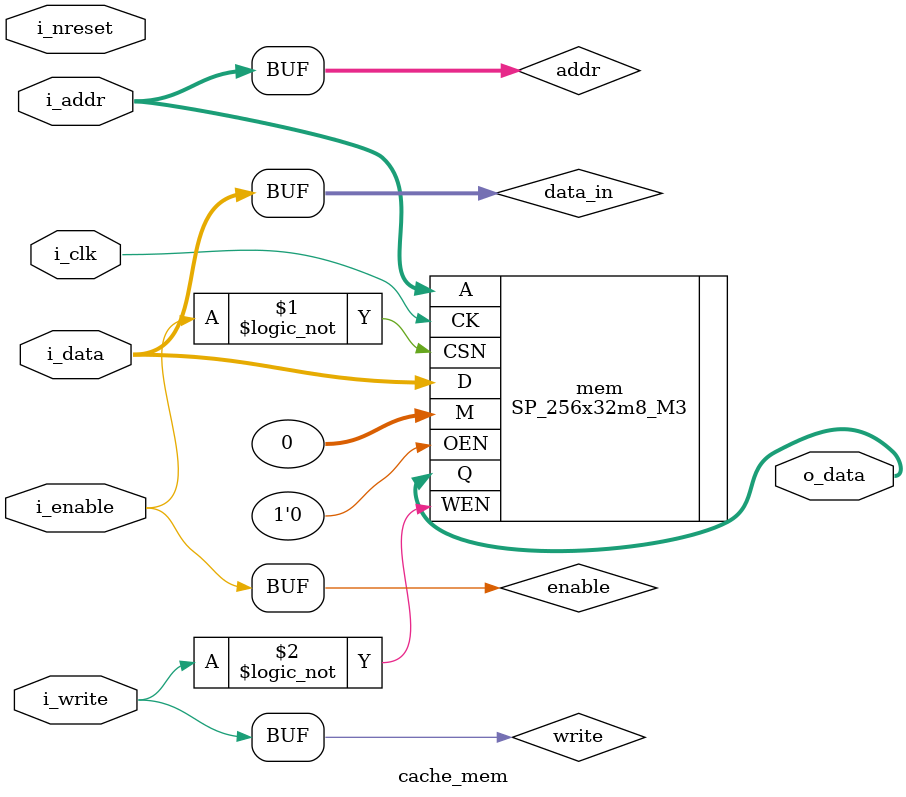
<source format=sv>
module cache_mem (
    input   logic           i_clk,
    input   logic           i_nreset,

    input   logic           i_enable,
    input   logic           i_write,
    input   logic   [7:0]   i_addr,
    input   logic   [31:0]  i_data,
    output  logic   [31:0]  o_data
    );

    logic   [7:0]   addr;
    logic   [31:0]  data_in;
    logic           write;

    assign #1 addr = i_addr;
    assign #1 data_in = i_data;
    assign #1 enable = i_enable;
    assign #1 write = i_write;

//     SP_4096x32m8 mem (
//         .Q (o_data),
//         .A ({4'h0, addr}),
//         .D (data_in),
//         .M (32'h0000_0000),
//         .CK (i_clk),
//         .CSN (!enable),
//         .WEN (!write),
//         .OEN (1'b0)
//         ); //Galimov 15/07/2020

SP_256x32m8_M3 mem
(
        .Q (o_data),
        .A (addr),
        .D (data_in),
        .M (32'h0000_0000),
        .CK (i_clk),
        .CSN (!enable),
        .WEN (!write),
        .OEN (1'b0)
        );




//     logic   [31:0]  memory  [255:0];
// 
//     always_latch
//         if (!i_clk && i_nreset && i_write) memory[i_addr] <= i_data;
// 
//     assign o_data = memory[i_addr];

endmodule

</source>
